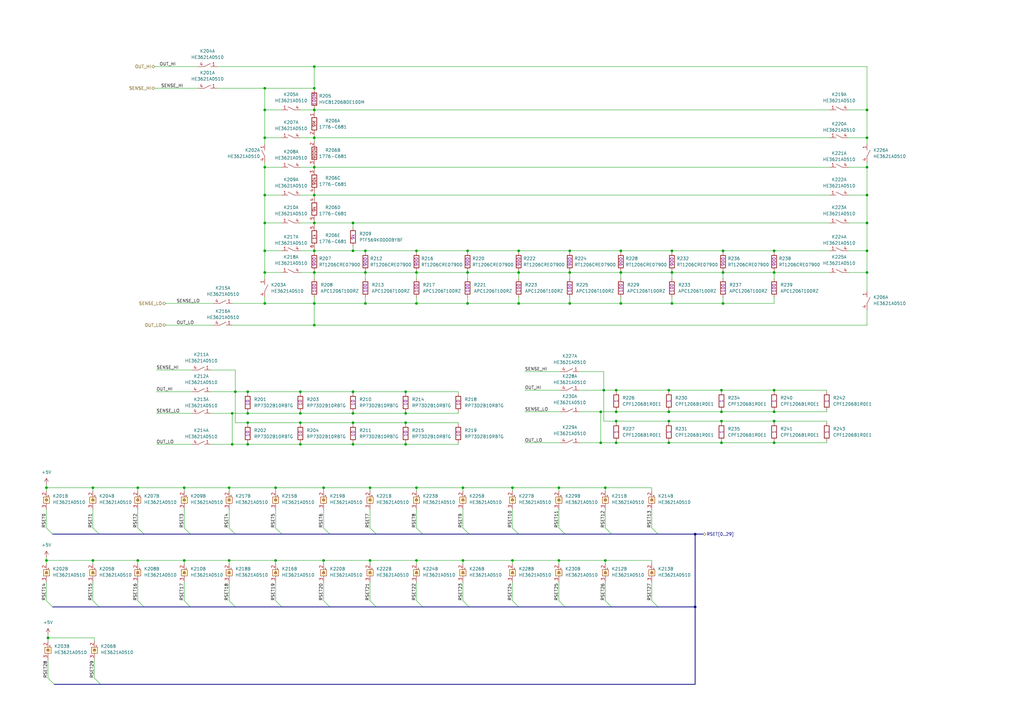
<source format=kicad_sch>
(kicad_sch (version 20230121) (generator eeschema)
  (paper "A3")
  (junction (at 248.285 200.025))
  (junction (at 166.37 173.355))
  (junction (at 95.25 182.245))
  (junction (at 295.91 160.02))
  (junction (at 254.635 111.76))
  (junction (at 295.91 181.61))
  (junction (at 128.905 45.085))
  (junction (at 144.78 91.44))
  (junction (at 128.905 27.305))
  (junction (at 191.77 111.76))
  (junction (at 101.6 169.545))
  (junction (at 285.115 219.075))
  (junction (at 295.91 168.91))
  (junction (at 128.905 80.01))
  (junction (at 123.19 169.545))
  (junction (at 149.86 124.46))
  (junction (at 128.905 102.87))
  (junction (at 275.59 124.46))
  (junction (at 252.73 181.61))
  (junction (at 108.585 102.87))
  (junction (at 128.905 111.76))
  (junction (at 274.32 168.91))
  (junction (at 123.19 160.655))
  (junction (at 56.515 200.025))
  (junction (at 101.6 182.245))
  (junction (at 296.545 111.76))
  (junction (at 317.5 181.61))
  (junction (at 355.6 45.085))
  (junction (at 317.5 168.91))
  (junction (at 149.86 111.76))
  (junction (at 144.78 160.655))
  (junction (at 212.725 111.76))
  (junction (at 108.585 68.58))
  (junction (at 149.86 102.87))
  (junction (at 101.6 160.655))
  (junction (at 229.235 229.87))
  (junction (at 274.32 160.02))
  (junction (at 19.05 229.87))
  (junction (at 275.59 102.87))
  (junction (at 191.77 102.87))
  (junction (at 252.73 160.02))
  (junction (at 128.905 68.58))
  (junction (at 166.37 182.245))
  (junction (at 252.73 168.91))
  (junction (at 108.585 36.195))
  (junction (at 93.98 229.87))
  (junction (at 19.05 200.025))
  (junction (at 144.78 182.245))
  (junction (at 38.1 200.025))
  (junction (at 166.37 169.545))
  (junction (at 132.715 200.025))
  (junction (at 317.5 102.87))
  (junction (at 75.565 200.025))
  (junction (at 128.905 124.46))
  (junction (at 108.585 56.515))
  (junction (at 170.815 102.87))
  (junction (at 248.285 229.87))
  (junction (at 275.59 111.76))
  (junction (at 108.585 111.76))
  (junction (at 233.68 111.76))
  (junction (at 151.765 200.025))
  (junction (at 274.32 181.61))
  (junction (at 101.6 173.355))
  (junction (at 108.585 124.46))
  (junction (at 212.725 124.46))
  (junction (at 95.25 169.545))
  (junction (at 151.765 229.87))
  (junction (at 355.6 111.76))
  (junction (at 233.68 124.46))
  (junction (at 108.585 45.085))
  (junction (at 317.5 172.72))
  (junction (at 252.73 172.72))
  (junction (at 166.37 160.655))
  (junction (at 19.685 261.62))
  (junction (at 212.725 102.87))
  (junction (at 128.905 56.515))
  (junction (at 355.6 80.01))
  (junction (at 75.565 229.87))
  (junction (at 93.98 200.025))
  (junction (at 210.185 200.025))
  (junction (at 355.6 91.44))
  (junction (at 246.38 168.91))
  (junction (at 96.52 160.655))
  (junction (at 295.91 172.72))
  (junction (at 113.03 200.025))
  (junction (at 189.865 200.025))
  (junction (at 229.235 200.025))
  (junction (at 38.1 229.87))
  (junction (at 317.5 111.76))
  (junction (at 210.185 229.87))
  (junction (at 108.585 80.01))
  (junction (at 113.03 229.87))
  (junction (at 191.77 124.46))
  (junction (at 128.905 91.44))
  (junction (at 317.5 160.02))
  (junction (at 254.635 102.87))
  (junction (at 170.815 200.025))
  (junction (at 296.545 102.87))
  (junction (at 246.38 181.61))
  (junction (at 355.6 102.87))
  (junction (at 274.32 172.72))
  (junction (at 233.68 102.87))
  (junction (at 254.635 124.46))
  (junction (at 128.905 133.35))
  (junction (at 189.865 229.87))
  (junction (at 296.545 124.46))
  (junction (at 170.815 229.87))
  (junction (at 355.6 56.515))
  (junction (at 123.19 182.245))
  (junction (at 144.78 102.87))
  (junction (at 170.815 124.46))
  (junction (at 132.715 229.87))
  (junction (at 56.515 229.87))
  (junction (at 285.115 248.92))
  (junction (at 144.78 169.545))
  (junction (at 247.65 160.02))
  (junction (at 144.78 173.355))
  (junction (at 128.905 36.195))
  (junction (at 170.815 111.76))
  (junction (at 108.585 91.44))
  (junction (at 355.6 68.58))
  (junction (at 123.19 173.355))
  (bus_entry (at 248.285 216.535) (size 2.54 2.54))
  (bus_entry (at 38.735 278.13) (size 2.54 2.54))
  (bus_entry (at 170.815 216.535) (size 2.54 2.54))
  (bus_entry (at 210.185 246.38) (size 2.54 2.54))
  (bus_entry (at 113.03 246.38) (size 2.54 2.54))
  (bus_entry (at 189.865 246.38) (size 2.54 2.54))
  (bus_entry (at 56.515 216.535) (size 2.54 2.54))
  (bus_entry (at 170.815 246.38) (size 2.54 2.54))
  (bus_entry (at 267.335 216.535) (size 2.54 2.54))
  (bus_entry (at 267.335 246.38) (size 2.54 2.54))
  (bus_entry (at 210.185 216.535) (size 2.54 2.54))
  (bus_entry (at 19.05 216.535) (size 2.54 2.54))
  (bus_entry (at 151.765 216.535) (size 2.54 2.54))
  (bus_entry (at 93.98 216.535) (size 2.54 2.54))
  (bus_entry (at 38.1 216.535) (size 2.54 2.54))
  (bus_entry (at 151.765 246.38) (size 2.54 2.54))
  (bus_entry (at 38.1 246.38) (size 2.54 2.54))
  (bus_entry (at 56.515 246.38) (size 2.54 2.54))
  (bus_entry (at 75.565 216.535) (size 2.54 2.54))
  (bus_entry (at 229.235 246.38) (size 2.54 2.54))
  (bus_entry (at 75.565 246.38) (size 2.54 2.54))
  (bus_entry (at 189.865 216.535) (size 2.54 2.54))
  (bus_entry (at 93.98 246.38) (size 2.54 2.54))
  (bus_entry (at 132.715 246.38) (size 2.54 2.54))
  (bus_entry (at 19.685 278.13) (size 2.54 2.54))
  (bus_entry (at 132.715 216.535) (size 2.54 2.54))
  (bus_entry (at 248.285 246.38) (size 2.54 2.54))
  (bus_entry (at 113.03 216.535) (size 2.54 2.54))
  (bus_entry (at 19.05 246.38) (size 2.54 2.54))
  (bus_entry (at 229.235 216.535) (size 2.54 2.54))
  (wire (pts (xy 144.78 102.87) (xy 149.86 102.87)))
  (wire (pts (xy 149.86 111.76) (xy 149.86 114.3)))
  (wire (pts (xy 38.735 270.51) (xy 38.735 278.13)))
  (wire (pts (xy 93.98 200.025) (xy 93.98 201.295)))
  (wire (pts (xy 64.135 151.765) (xy 78.74 151.765)))
  (bus (pts (xy 192.405 219.075) (xy 212.725 219.075)))
  (wire (pts (xy 274.32 160.02) (xy 274.32 160.655)))
  (bus (pts (xy 231.775 248.92) (xy 250.825 248.92)))
  (wire (pts (xy 189.865 229.87) (xy 170.815 229.87)))
  (wire (pts (xy 56.515 229.87) (xy 38.1 229.87)))
  (wire (pts (xy 229.235 229.87) (xy 229.235 231.14)))
  (bus (pts (xy 154.305 219.075) (xy 173.355 219.075)))
  (wire (pts (xy 101.6 160.655) (xy 101.6 161.29)))
  (bus (pts (xy 59.055 219.075) (xy 78.105 219.075)))
  (wire (pts (xy 248.285 208.915) (xy 248.285 216.535)))
  (wire (pts (xy 189.865 238.76) (xy 189.865 246.38)))
  (wire (pts (xy 144.78 102.87) (xy 128.905 102.87)))
  (wire (pts (xy 75.565 200.025) (xy 75.565 201.295)))
  (wire (pts (xy 128.905 111.125) (xy 128.905 111.76)))
  (wire (pts (xy 317.5 160.02) (xy 295.91 160.02)))
  (bus (pts (xy 212.725 248.92) (xy 231.775 248.92)))
  (wire (pts (xy 254.635 111.76) (xy 254.635 114.3)))
  (wire (pts (xy 144.78 160.655) (xy 144.78 161.29)))
  (wire (pts (xy 128.905 56.515) (xy 128.905 57.785)))
  (wire (pts (xy 64.135 182.245) (xy 78.74 182.245)))
  (wire (pts (xy 274.32 180.975) (xy 274.32 181.61)))
  (wire (pts (xy 151.765 200.025) (xy 151.765 201.295)))
  (wire (pts (xy 38.1 200.025) (xy 38.1 201.295)))
  (wire (pts (xy 108.585 124.46) (xy 128.905 124.46)))
  (bus (pts (xy 59.055 248.92) (xy 78.105 248.92)))
  (wire (pts (xy 93.98 200.025) (xy 75.565 200.025)))
  (wire (pts (xy 254.635 102.87) (xy 254.635 103.505)))
  (wire (pts (xy 88.9 36.195) (xy 108.585 36.195)))
  (wire (pts (xy 347.98 68.58) (xy 355.6 68.58)))
  (wire (pts (xy 144.78 173.355) (xy 123.19 173.355)))
  (wire (pts (xy 187.96 160.655) (xy 166.37 160.655)))
  (wire (pts (xy 295.91 180.975) (xy 295.91 181.61)))
  (wire (pts (xy 108.585 121.92) (xy 108.585 124.46)))
  (wire (pts (xy 170.815 111.76) (xy 191.77 111.76)))
  (wire (pts (xy 252.73 168.91) (xy 246.38 168.91)))
  (wire (pts (xy 144.78 181.61) (xy 144.78 182.245)))
  (wire (pts (xy 101.6 160.655) (xy 123.19 160.655)))
  (wire (pts (xy 166.37 173.355) (xy 144.78 173.355)))
  (wire (pts (xy 267.335 238.76) (xy 267.335 246.38)))
  (wire (pts (xy 128.905 27.305) (xy 355.6 27.305)))
  (wire (pts (xy 229.235 200.025) (xy 210.185 200.025)))
  (wire (pts (xy 252.73 172.72) (xy 247.65 172.72)))
  (wire (pts (xy 123.19 181.61) (xy 123.19 182.245)))
  (wire (pts (xy 170.815 208.915) (xy 170.815 216.535)))
  (wire (pts (xy 108.585 68.58) (xy 115.57 68.58)))
  (wire (pts (xy 317.5 168.91) (xy 339.09 168.91)))
  (wire (pts (xy 229.235 229.87) (xy 210.185 229.87)))
  (wire (pts (xy 108.585 102.87) (xy 115.57 102.87)))
  (wire (pts (xy 215.265 168.91) (xy 229.87 168.91)))
  (wire (pts (xy 170.815 229.87) (xy 170.815 231.14)))
  (wire (pts (xy 96.52 173.355) (xy 96.52 160.655)))
  (wire (pts (xy 339.09 172.72) (xy 317.5 172.72)))
  (wire (pts (xy 252.73 168.275) (xy 252.73 168.91)))
  (bus (pts (xy 250.825 219.075) (xy 269.875 219.075)))
  (wire (pts (xy 38.735 261.62) (xy 38.735 262.89)))
  (wire (pts (xy 191.77 111.125) (xy 191.77 111.76)))
  (wire (pts (xy 151.765 229.87) (xy 151.765 231.14)))
  (wire (pts (xy 123.19 111.76) (xy 128.905 111.76)))
  (wire (pts (xy 144.78 100.965) (xy 144.78 102.87)))
  (bus (pts (xy 22.225 280.67) (xy 41.275 280.67)))
  (wire (pts (xy 101.6 182.245) (xy 123.19 182.245)))
  (wire (pts (xy 128.905 133.35) (xy 355.6 133.35)))
  (wire (pts (xy 210.185 229.87) (xy 210.185 231.14)))
  (wire (pts (xy 128.905 91.44) (xy 144.78 91.44)))
  (wire (pts (xy 212.725 111.125) (xy 212.725 111.76)))
  (wire (pts (xy 75.565 229.87) (xy 75.565 231.14)))
  (wire (pts (xy 355.6 80.01) (xy 355.6 68.58)))
  (wire (pts (xy 248.285 229.87) (xy 248.285 231.14)))
  (wire (pts (xy 56.515 229.87) (xy 56.515 231.14)))
  (wire (pts (xy 101.6 181.61) (xy 101.6 182.245)))
  (wire (pts (xy 128.905 124.46) (xy 149.86 124.46)))
  (bus (pts (xy 173.355 248.92) (xy 192.405 248.92)))
  (wire (pts (xy 128.905 80.01) (xy 128.905 79.375)))
  (wire (pts (xy 295.91 168.275) (xy 295.91 168.91)))
  (wire (pts (xy 166.37 169.545) (xy 187.96 169.545)))
  (wire (pts (xy 254.635 121.92) (xy 254.635 124.46)))
  (wire (pts (xy 128.905 67.945) (xy 128.905 68.58)))
  (wire (pts (xy 275.59 121.92) (xy 275.59 124.46)))
  (wire (pts (xy 296.545 102.87) (xy 296.545 103.505)))
  (wire (pts (xy 19.685 261.62) (xy 19.685 262.89)))
  (wire (pts (xy 166.37 160.655) (xy 144.78 160.655)))
  (wire (pts (xy 38.1 229.87) (xy 19.05 229.87)))
  (wire (pts (xy 108.585 102.87) (xy 108.585 91.44)))
  (wire (pts (xy 347.98 102.87) (xy 355.6 102.87)))
  (wire (pts (xy 170.815 229.87) (xy 151.765 229.87)))
  (wire (pts (xy 128.905 80.01) (xy 123.19 80.01)))
  (wire (pts (xy 38.735 261.62) (xy 19.685 261.62)))
  (wire (pts (xy 212.725 124.46) (xy 233.68 124.46)))
  (wire (pts (xy 108.585 56.515) (xy 108.585 59.055)))
  (wire (pts (xy 212.725 111.76) (xy 212.725 114.3)))
  (wire (pts (xy 113.03 229.87) (xy 113.03 231.14)))
  (bus (pts (xy 21.59 219.075) (xy 40.64 219.075)))
  (wire (pts (xy 296.545 124.46) (xy 317.5 124.46)))
  (wire (pts (xy 108.585 80.01) (xy 108.585 68.58)))
  (wire (pts (xy 267.335 208.915) (xy 267.335 216.535)))
  (wire (pts (xy 267.335 200.025) (xy 267.335 201.295)))
  (wire (pts (xy 295.91 168.91) (xy 317.5 168.91)))
  (wire (pts (xy 274.32 172.72) (xy 274.32 173.355)))
  (wire (pts (xy 212.725 121.92) (xy 212.725 124.46)))
  (wire (pts (xy 123.19 56.515) (xy 128.905 56.515)))
  (wire (pts (xy 355.6 133.35) (xy 355.6 127)))
  (bus (pts (xy 115.57 248.92) (xy 135.255 248.92)))
  (wire (pts (xy 128.905 121.92) (xy 128.905 124.46)))
  (wire (pts (xy 339.09 173.355) (xy 339.09 172.72)))
  (wire (pts (xy 151.765 200.025) (xy 132.715 200.025)))
  (wire (pts (xy 95.25 169.545) (xy 95.25 182.245)))
  (wire (pts (xy 128.905 91.44) (xy 128.905 92.075)))
  (wire (pts (xy 108.585 45.085) (xy 108.585 36.195)))
  (wire (pts (xy 170.815 102.87) (xy 170.815 103.505)))
  (wire (pts (xy 187.96 182.245) (xy 187.96 181.61)))
  (wire (pts (xy 108.585 45.085) (xy 115.57 45.085)))
  (wire (pts (xy 267.335 200.025) (xy 248.285 200.025)))
  (wire (pts (xy 101.6 169.545) (xy 123.19 169.545)))
  (wire (pts (xy 93.98 208.915) (xy 93.98 216.535)))
  (wire (pts (xy 132.715 238.76) (xy 132.715 246.38)))
  (wire (pts (xy 123.19 68.58) (xy 128.905 68.58)))
  (wire (pts (xy 86.36 182.245) (xy 95.25 182.245)))
  (wire (pts (xy 233.68 111.125) (xy 233.68 111.76)))
  (wire (pts (xy 128.905 102.87) (xy 123.19 102.87)))
  (bus (pts (xy 40.64 248.92) (xy 59.055 248.92)))
  (bus (pts (xy 192.405 248.92) (xy 212.725 248.92)))
  (wire (pts (xy 252.73 160.02) (xy 252.73 160.655)))
  (wire (pts (xy 38.1 208.915) (xy 38.1 216.535)))
  (wire (pts (xy 212.725 111.76) (xy 233.68 111.76)))
  (wire (pts (xy 149.86 102.87) (xy 149.86 103.505)))
  (wire (pts (xy 128.905 102.87) (xy 128.905 102.235)))
  (wire (pts (xy 295.91 172.72) (xy 295.91 173.355)))
  (wire (pts (xy 274.32 168.91) (xy 295.91 168.91)))
  (bus (pts (xy 78.105 248.92) (xy 96.52 248.92)))
  (wire (pts (xy 295.91 181.61) (xy 317.5 181.61)))
  (wire (pts (xy 191.77 111.76) (xy 212.725 111.76)))
  (wire (pts (xy 144.78 182.245) (xy 166.37 182.245)))
  (wire (pts (xy 86.36 169.545) (xy 95.25 169.545)))
  (wire (pts (xy 296.545 111.76) (xy 296.545 114.3)))
  (wire (pts (xy 96.52 160.655) (xy 101.6 160.655)))
  (wire (pts (xy 317.5 168.275) (xy 317.5 168.91)))
  (wire (pts (xy 215.265 181.61) (xy 229.87 181.61)))
  (wire (pts (xy 247.65 160.02) (xy 252.73 160.02)))
  (wire (pts (xy 317.5 160.02) (xy 317.5 160.655)))
  (wire (pts (xy 317.5 124.46) (xy 317.5 121.92)))
  (wire (pts (xy 108.585 66.675) (xy 108.585 68.58)))
  (wire (pts (xy 247.65 172.72) (xy 247.65 160.02)))
  (wire (pts (xy 113.03 229.87) (xy 93.98 229.87)))
  (wire (pts (xy 347.98 45.085) (xy 355.6 45.085)))
  (wire (pts (xy 108.585 111.76) (xy 108.585 102.87)))
  (wire (pts (xy 317.5 172.72) (xy 317.5 173.355)))
  (wire (pts (xy 86.36 160.655) (xy 96.52 160.655)))
  (wire (pts (xy 101.6 169.545) (xy 95.25 169.545)))
  (wire (pts (xy 191.77 102.87) (xy 212.725 102.87)))
  (wire (pts (xy 347.98 56.515) (xy 355.6 56.515)))
  (wire (pts (xy 166.37 160.655) (xy 166.37 161.29)))
  (wire (pts (xy 237.49 152.4) (xy 247.65 152.4)))
  (wire (pts (xy 132.715 229.87) (xy 132.715 231.14)))
  (wire (pts (xy 339.09 168.91) (xy 339.09 168.275)))
  (wire (pts (xy 75.565 208.915) (xy 75.565 216.535)))
  (wire (pts (xy 339.09 160.655) (xy 339.09 160.02)))
  (wire (pts (xy 355.6 45.085) (xy 355.6 27.305)))
  (wire (pts (xy 67.945 124.46) (xy 87.63 124.46)))
  (wire (pts (xy 128.905 56.515) (xy 340.36 56.515)))
  (wire (pts (xy 38.1 200.025) (xy 19.05 200.025)))
  (wire (pts (xy 189.865 229.87) (xy 210.185 229.87)))
  (wire (pts (xy 233.68 124.46) (xy 254.635 124.46)))
  (wire (pts (xy 215.265 152.4) (xy 229.87 152.4)))
  (wire (pts (xy 187.96 161.29) (xy 187.96 160.655)))
  (wire (pts (xy 151.765 229.87) (xy 132.715 229.87)))
  (wire (pts (xy 212.725 102.87) (xy 233.68 102.87)))
  (wire (pts (xy 95.25 133.35) (xy 128.905 133.35)))
  (wire (pts (xy 38.1 238.76) (xy 38.1 246.38)))
  (wire (pts (xy 296.545 102.87) (xy 317.5 102.87)))
  (wire (pts (xy 132.715 208.915) (xy 132.715 216.535)))
  (wire (pts (xy 19.05 228.6) (xy 19.05 229.87)))
  (wire (pts (xy 252.73 160.02) (xy 274.32 160.02)))
  (wire (pts (xy 295.91 160.02) (xy 274.32 160.02)))
  (wire (pts (xy 56.515 200.025) (xy 38.1 200.025)))
  (wire (pts (xy 254.635 102.87) (xy 275.59 102.87)))
  (wire (pts (xy 113.03 208.915) (xy 113.03 216.535)))
  (wire (pts (xy 63.5 27.305) (xy 81.28 27.305)))
  (wire (pts (xy 248.285 229.87) (xy 229.235 229.87)))
  (wire (pts (xy 166.37 181.61) (xy 166.37 182.245)))
  (wire (pts (xy 210.185 238.76) (xy 210.185 246.38)))
  (wire (pts (xy 189.865 200.025) (xy 170.815 200.025)))
  (wire (pts (xy 296.545 121.92) (xy 296.545 124.46)))
  (wire (pts (xy 246.38 181.61) (xy 252.73 181.61)))
  (bus (pts (xy 231.775 219.075) (xy 250.825 219.075)))
  (wire (pts (xy 123.19 45.085) (xy 128.905 45.085)))
  (wire (pts (xy 254.635 111.125) (xy 254.635 111.76)))
  (wire (pts (xy 128.905 111.76) (xy 149.86 111.76)))
  (wire (pts (xy 19.05 208.915) (xy 19.05 216.535)))
  (bus (pts (xy 96.52 219.075) (xy 115.57 219.075)))
  (wire (pts (xy 123.19 173.355) (xy 101.6 173.355)))
  (wire (pts (xy 233.68 121.92) (xy 233.68 124.46)))
  (bus (pts (xy 41.275 280.67) (xy 285.115 280.67)))
  (wire (pts (xy 187.96 169.545) (xy 187.96 168.91)))
  (wire (pts (xy 128.905 124.46) (xy 128.905 133.35)))
  (wire (pts (xy 254.635 111.76) (xy 275.59 111.76)))
  (wire (pts (xy 149.86 111.125) (xy 149.86 111.76)))
  (bus (pts (xy 96.52 248.92) (xy 115.57 248.92)))
  (bus (pts (xy 212.725 219.075) (xy 231.775 219.075)))
  (wire (pts (xy 128.905 45.085) (xy 340.36 45.085)))
  (wire (pts (xy 144.78 160.655) (xy 123.19 160.655)))
  (wire (pts (xy 123.19 160.655) (xy 123.19 161.29)))
  (wire (pts (xy 252.73 181.61) (xy 274.32 181.61)))
  (wire (pts (xy 355.6 91.44) (xy 355.6 80.01)))
  (wire (pts (xy 317.5 102.87) (xy 340.36 102.87)))
  (wire (pts (xy 191.77 121.92) (xy 191.77 124.46)))
  (wire (pts (xy 128.905 102.87) (xy 128.905 103.505)))
  (wire (pts (xy 295.91 160.02) (xy 295.91 160.655)))
  (wire (pts (xy 123.19 91.44) (xy 128.905 91.44)))
  (wire (pts (xy 128.905 80.01) (xy 128.905 80.645)))
  (wire (pts (xy 149.86 102.87) (xy 170.815 102.87)))
  (wire (pts (xy 187.96 173.355) (xy 166.37 173.355)))
  (wire (pts (xy 317.5 172.72) (xy 295.91 172.72)))
  (wire (pts (xy 339.09 160.02) (xy 317.5 160.02)))
  (wire (pts (xy 317.5 111.125) (xy 317.5 111.76)))
  (wire (pts (xy 189.865 200.025) (xy 210.185 200.025)))
  (wire (pts (xy 355.6 119.38) (xy 355.6 111.76)))
  (wire (pts (xy 347.98 91.44) (xy 355.6 91.44)))
  (wire (pts (xy 64.135 160.655) (xy 78.74 160.655)))
  (wire (pts (xy 144.78 173.355) (xy 144.78 173.99)))
  (wire (pts (xy 56.515 229.87) (xy 75.565 229.87)))
  (wire (pts (xy 67.945 133.35) (xy 87.63 133.35)))
  (bus (pts (xy 269.875 248.92) (xy 285.115 248.92)))
  (wire (pts (xy 113.03 238.76) (xy 113.03 246.38)))
  (wire (pts (xy 237.49 181.61) (xy 246.38 181.61)))
  (wire (pts (xy 191.77 111.76) (xy 191.77 114.3)))
  (wire (pts (xy 248.285 200.025) (xy 248.285 201.295)))
  (wire (pts (xy 189.865 208.915) (xy 189.865 216.535)))
  (wire (pts (xy 56.515 200.025) (xy 56.515 201.295)))
  (bus (pts (xy 115.57 219.075) (xy 135.255 219.075)))
  (wire (pts (xy 187.96 173.99) (xy 187.96 173.355)))
  (wire (pts (xy 317.5 114.3) (xy 317.5 111.76)))
  (wire (pts (xy 128.905 91.44) (xy 128.905 90.805)))
  (wire (pts (xy 347.98 111.76) (xy 355.6 111.76)))
  (wire (pts (xy 248.285 200.025) (xy 229.235 200.025)))
  (wire (pts (xy 246.38 168.91) (xy 246.38 181.61)))
  (wire (pts (xy 233.68 111.76) (xy 254.635 111.76)))
  (wire (pts (xy 113.03 200.025) (xy 113.03 201.295)))
  (bus (pts (xy 78.105 219.075) (xy 96.52 219.075)))
  (wire (pts (xy 170.815 200.025) (xy 170.815 201.295)))
  (wire (pts (xy 108.585 56.515) (xy 108.585 45.085)))
  (bus (pts (xy 40.64 219.075) (xy 59.055 219.075)))
  (wire (pts (xy 355.6 111.76) (xy 355.6 102.87)))
  (wire (pts (xy 88.9 27.305) (xy 128.905 27.305)))
  (wire (pts (xy 274.32 168.275) (xy 274.32 168.91)))
  (wire (pts (xy 170.815 111.125) (xy 170.815 111.76)))
  (wire (pts (xy 170.815 121.92) (xy 170.815 124.46)))
  (wire (pts (xy 101.6 173.355) (xy 101.6 173.99)))
  (wire (pts (xy 252.73 168.91) (xy 274.32 168.91)))
  (wire (pts (xy 128.905 56.515) (xy 128.905 55.88)))
  (wire (pts (xy 229.235 238.76) (xy 229.235 246.38)))
  (wire (pts (xy 233.68 102.87) (xy 233.68 103.505)))
  (wire (pts (xy 237.49 160.02) (xy 247.65 160.02)))
  (wire (pts (xy 274.32 181.61) (xy 295.91 181.61)))
  (wire (pts (xy 295.91 172.72) (xy 274.32 172.72)))
  (wire (pts (xy 128.905 44.45) (xy 128.905 45.085)))
  (wire (pts (xy 19.05 200.025) (xy 19.05 201.295)))
  (wire (pts (xy 252.73 180.975) (xy 252.73 181.61)))
  (wire (pts (xy 267.335 229.87) (xy 267.335 231.14)))
  (wire (pts (xy 108.585 36.195) (xy 128.905 36.195)))
  (bus (pts (xy 21.59 248.92) (xy 40.64 248.92)))
  (wire (pts (xy 63.5 36.195) (xy 81.28 36.195)))
  (wire (pts (xy 108.585 111.76) (xy 115.57 111.76)))
  (bus (pts (xy 285.115 219.075) (xy 288.29 219.075)))
  (wire (pts (xy 96.52 160.655) (xy 96.52 151.765)))
  (wire (pts (xy 101.6 168.91) (xy 101.6 169.545)))
  (wire (pts (xy 191.77 124.46) (xy 212.725 124.46)))
  (wire (pts (xy 212.725 102.87) (xy 212.725 103.505)))
  (wire (pts (xy 19.685 270.51) (xy 19.685 278.13)))
  (wire (pts (xy 275.59 102.87) (xy 296.545 102.87)))
  (wire (pts (xy 149.86 124.46) (xy 170.815 124.46)))
  (wire (pts (xy 108.585 111.76) (xy 108.585 114.3)))
  (wire (pts (xy 170.815 238.76) (xy 170.815 246.38)))
  (wire (pts (xy 275.59 124.46) (xy 296.545 124.46)))
  (wire (pts (xy 215.265 160.02) (xy 229.87 160.02)))
  (wire (pts (xy 128.905 45.085) (xy 128.905 45.72)))
  (wire (pts (xy 347.98 80.01) (xy 355.6 80.01)))
  (wire (pts (xy 93.98 229.87) (xy 93.98 231.14)))
  (wire (pts (xy 56.515 200.025) (xy 75.565 200.025)))
  (wire (pts (xy 233.68 102.87) (xy 254.635 102.87)))
  (wire (pts (xy 113.03 200.025) (xy 132.715 200.025)))
  (wire (pts (xy 108.585 56.515) (xy 115.57 56.515)))
  (wire (pts (xy 166.37 182.245) (xy 187.96 182.245)))
  (wire (pts (xy 170.815 102.87) (xy 191.77 102.87)))
  (wire (pts (xy 229.235 208.915) (xy 229.235 216.535)))
  (wire (pts (xy 151.765 238.76) (xy 151.765 246.38)))
  (wire (pts (xy 128.905 68.58) (xy 128.905 69.215)))
  (wire (pts (xy 210.185 200.025) (xy 210.185 201.295)))
  (wire (pts (xy 355.6 102.87) (xy 355.6 91.44)))
  (wire (pts (xy 123.19 168.91) (xy 123.19 169.545)))
  (wire (pts (xy 38.1 229.87) (xy 38.1 231.14)))
  (wire (pts (xy 317.5 102.87) (xy 317.5 103.505)))
  (wire (pts (xy 355.6 56.515) (xy 355.6 45.085)))
  (wire (pts (xy 317.5 181.61) (xy 339.09 181.61)))
  (wire (pts (xy 170.815 111.76) (xy 170.815 114.3)))
  (wire (pts (xy 113.03 200.025) (xy 93.98 200.025)))
  (bus (pts (xy 154.305 248.92) (xy 173.355 248.92)))
  (wire (pts (xy 151.765 208.915) (xy 151.765 216.535)))
  (wire (pts (xy 56.515 208.915) (xy 56.515 216.535)))
  (wire (pts (xy 237.49 168.91) (xy 246.38 168.91)))
  (wire (pts (xy 189.865 229.87) (xy 189.865 231.14)))
  (bus (pts (xy 135.255 248.92) (xy 154.305 248.92)))
  (wire (pts (xy 128.905 80.01) (xy 340.36 80.01)))
  (wire (pts (xy 64.135 169.545) (xy 78.74 169.545)))
  (wire (pts (xy 128.905 111.76) (xy 128.905 114.3)))
  (wire (pts (xy 128.905 36.195) (xy 128.905 36.83)))
  (bus (pts (xy 250.825 248.92) (xy 269.875 248.92)))
  (wire (pts (xy 254.635 124.46) (xy 275.59 124.46)))
  (wire (pts (xy 317.5 111.76) (xy 340.36 111.76)))
  (wire (pts (xy 296.545 111.76) (xy 317.5 111.76)))
  (wire (pts (xy 144.78 168.91) (xy 144.78 169.545)))
  (wire (pts (xy 113.03 229.87) (xy 132.715 229.87)))
  (wire (pts (xy 170.815 124.46) (xy 191.77 124.46)))
  (wire (pts (xy 248.285 238.76) (xy 248.285 246.38)))
  (wire (pts (xy 93.98 229.87) (xy 75.565 229.87)))
  (wire (pts (xy 132.715 200.025) (xy 132.715 201.295)))
  (wire (pts (xy 275.59 111.76) (xy 296.545 111.76)))
  (wire (pts (xy 166.37 173.355) (xy 166.37 173.99)))
  (wire (pts (xy 128.905 68.58) (xy 340.36 68.58)))
  (wire (pts (xy 296.545 111.125) (xy 296.545 111.76)))
  (bus (pts (xy 135.255 219.075) (xy 154.305 219.075)))
  (wire (pts (xy 149.86 111.76) (xy 170.815 111.76)))
  (wire (pts (xy 166.37 168.91) (xy 166.37 169.545)))
  (wire (pts (xy 339.09 181.61) (xy 339.09 180.975)))
  (wire (pts (xy 191.77 102.87) (xy 191.77 103.505)))
  (wire (pts (xy 123.19 169.545) (xy 144.78 169.545)))
  (wire (pts (xy 229.235 200.025) (xy 229.235 201.295)))
  (wire (pts (xy 19.685 260.35) (xy 19.685 261.62)))
  (wire (pts (xy 170.815 200.025) (xy 151.765 200.025)))
  (wire (pts (xy 317.5 180.975) (xy 317.5 181.61)))
  (wire (pts (xy 210.185 208.915) (xy 210.185 216.535)))
  (wire (pts (xy 267.335 229.87) (xy 248.285 229.87)))
  (wire (pts (xy 275.59 111.76) (xy 275.59 114.3)))
  (wire (pts (xy 56.515 238.76) (xy 56.515 246.38)))
  (bus (pts (xy 285.115 248.92) (xy 285.115 219.075)))
  (wire (pts (xy 123.19 173.355) (xy 123.19 173.99)))
  (wire (pts (xy 144.78 169.545) (xy 166.37 169.545)))
  (wire (pts (xy 355.6 59.055) (xy 355.6 56.515)))
  (wire (pts (xy 95.25 182.245) (xy 101.6 182.245)))
  (wire (pts (xy 189.865 200.025) (xy 189.865 201.295)))
  (wire (pts (xy 128.905 27.305) (xy 128.905 36.195)))
  (wire (pts (xy 149.86 121.92) (xy 149.86 124.46)))
  (wire (pts (xy 19.05 198.755) (xy 19.05 200.025)))
  (wire (pts (xy 19.05 229.87) (xy 19.05 231.14)))
  (wire (pts (xy 108.585 80.01) (xy 115.57 80.01)))
  (wire (pts (xy 93.98 238.76) (xy 93.98 246.38)))
  (wire (pts (xy 123.19 182.245) (xy 144.78 182.245)))
  (wire (pts (xy 101.6 173.355) (xy 96.52 173.355)))
  (wire (pts (xy 144.78 91.44) (xy 340.36 91.44)))
  (wire (pts (xy 19.05 238.76) (xy 19.05 246.38)))
  (wire (pts (xy 108.585 91.44) (xy 108.585 80.01)))
  (wire (pts (xy 95.25 124.46) (xy 108.585 124.46)))
  (wire (pts (xy 144.78 91.44) (xy 144.78 93.345)))
  (wire (pts (xy 252.73 172.72) (xy 252.73 173.355)))
  (wire (pts (xy 86.36 151.765) (xy 96.52 151.765)))
  (wire (pts (xy 108.585 91.44) (xy 115.57 91.44)))
  (wire (pts (xy 275.59 102.87) (xy 275.59 103.505)))
  (wire (pts (xy 233.68 111.76) (xy 233.68 114.3)))
  (bus (pts (xy 269.875 219.075) (xy 285.115 219.075)))
  (wire (pts (xy 247.65 160.02) (xy 247.65 152.4)))
  (wire (pts (xy 355.6 68.58) (xy 355.6 66.675)))
  (bus (pts (xy 173.355 219.075) (xy 192.405 219.075)))
  (wire (pts (xy 75.565 238.76) (xy 75.565 246.38)))
  (bus (pts (xy 285.115 280.67) (xy 285.115 248.92)))
  (wire (pts (xy 275.59 111.125) (xy 275.59 111.76)))
  (wire (pts (xy 274.32 172.72) (xy 252.73 172.72)))
  (label "RSET27" (at 267.335 246.38 90))
  (label "RSET19" (at 113.03 246.38 90))
  (label "RSET7" (at 151.765 216.535 90))
  (label "RSET23" (at 189.865 246.38 90))
  (label "RSET26" (at 248.285 246.38 90))
  (label "RSET1" (at 38.1 216.535 90))
  (label "OUT_LO" (at 72.39 133.35 0))
  (label "RSET20" (at 132.715 246.38 90))
  (label "OUT_HI" (at 65.405 27.305 0))
  (label "RSET9" (at 189.865 216.535 90))
  (label "OUT_LO" (at 64.135 182.245 0))
  (label "SENSE_HI" (at 66.04 36.195 0))
  (label "RSET24" (at 210.185 246.38 90))
  (label "SENSE_LO" (at 64.135 169.545 0))
  (label "RSET11" (at 229.235 216.535 90))
  (label "RSET13" (at 267.335 216.535 90))
  (label "RSET22" (at 170.815 246.38 90))
  (label "SENSE_HI" (at 215.265 152.4 0))
  (label "RSET4" (at 93.98 216.535 90))
  (label "RSET3" (at 75.565 216.535 90))
  (label "SENSE_HI" (at 64.135 151.765 0))
  (label "RSET6" (at 132.715 216.535 90))
  (label "RSET17" (at 75.565 246.38 90))
  (label "RSET29" (at 38.735 278.13 90))
  (label "RSET28" (at 19.685 278.13 90))
  (label "RSET21" (at 151.765 246.38 90))
  (label "SENSE_LO" (at 215.265 168.91 0))
  (label "RSET5" (at 113.03 216.535 90))
  (label "RSET12" (at 248.285 216.535 90))
  (label "RSET8" (at 170.815 216.535 90))
  (label "RSET15" (at 38.1 246.38 90))
  (label "RSET0" (at 19.05 216.535 90))
  (label "RSET10" (at 210.185 216.535 90))
  (label "OUT_HI" (at 215.265 160.02 0))
  (label "OUT_LO" (at 215.265 181.61 0))
  (label "SENSE_LO" (at 72.39 124.46 0))
  (label "OUT_HI" (at 64.135 160.655 0))
  (label "RSET16" (at 56.515 246.38 90))
  (label "RSET14" (at 19.05 246.38 90))
  (label "RSET2" (at 56.515 216.535 90))
  (label "RSET18" (at 93.98 246.38 90))
  (label "RSET25" (at 229.235 246.38 90))
  (hierarchical_label "SENSE_HI" (shape bidirectional) (at 63.5 36.195 180))
  (hierarchical_label "OUT_LO" (shape bidirectional) (at 67.945 133.35 180))
  (hierarchical_label "SENSE_LO" (shape bidirectional) (at 67.945 124.46 180))
  (hierarchical_label "OUT_HI" (shape bidirectional) (at 63.5 27.305 180))
  (hierarchical_label "RSET[0..29]" (shape bidirectional) (at 288.29 219.075 0))
  (symbol (lib_id "ETH1CREF1B:1776-C681_Split") (at 128.905 85.725 270) (unit 4)
    (property "Reference" "R206" (at 133.35 85.09 90) (effects (justify left)))
    (property "Value" "1776-C681" (at 136.525 87.63 90))
    (property "Footprint" "ETH1CREF1B:1776-C681" (effects hide))
  )
  (symbol (lib_id "ETH1CREF1B:HE3621A0510") (at 344.17 68.58 90) (unit 1)
    (property "Reference" "K221" (at 344.17 62.865 90))
    (property "Value" "HE3621A0510" (at 344.17 65.405 90))
    (property "Footprint" "ETH1CREF1B:HE360_x-5050462-8" (effects hide))
  )
  (symbol (lib_id "ETH1CREF1B:HE3621A0510") (at 119.38 45.085 90) (unit 1)
    (property "Reference" "K205" (at 119.38 38.735 90))
    (property "Value" "HE3621A0510" (at 119.38 41.275 90))
    (property "Footprint" "ETH1CREF1B:HE360_x-5050462-8" (effects hide))
  )
  (symbol (lib_id "ETH1CREF1B:HE3621A0510") (at 82.55 182.245 270) (mirror x) (unit 1)
    (property "Reference" "K214" (at 82.55 176.53 90))
    (property "Value" "HE3621A0510" (at 82.55 179.07 90))
    (property "Footprint" "ETH1CREF1B:HE360_x-5050462-8" (effects hide))
  )
  (symbol (lib_id "Device:R") (at 128.905 118.11 0) (unit 1)
    (property "Reference" "R208" (at 131.445 116.84 0) (effects (justify left)))
    (property "Value" "APC1206T100RZ" (at 131.445 119.38 0) (effects (justify left)))
    (property "Footprint" "Resistor_SMD:R_1206_3216Metric_Pad1.30x1.75mm_HandSolder" (effects hide))
    (property "User info" "100" (at 128.905 118.11 90))
  )
  (symbol (lib_id "Device:R") (at 252.73 177.165 0) (unit 1)
    (property "Reference" "R227" (at 255.27 175.895 0) (effects (justify left)))
    (property "Value" "CPF1206B1R0E1" (at 255.27 178.435 0) (effects (justify left)))
    (property "Footprint" "Resistor_SMD:R_1206_3216Metric_Pad1.30x1.75mm_HandSolder" (effects hide))
    (property "User info" "1" (at 252.73 177.165 90))
  )
  (symbol (lib_id "Device:R") (at 233.68 118.11 0) (unit 1)
    (property "Reference" "R225" (at 236.22 116.84 0) (effects (justify left)))
    (property "Value" "APC1206T100RZ" (at 236.22 119.38 0) (effects (justify left)))
    (property "Footprint" "Resistor_SMD:R_1206_3216Metric_Pad1.30x1.75mm_HandSolder" (effects hide))
    (property "User info" "100" (at 233.68 118.11 90))
  )
  (symbol (lib_id "Device:R") (at 191.77 118.11 0) (unit 1)
    (property "Reference" "R221" (at 194.31 116.84 0) (effects (justify left)))
    (property "Value" "APC1206T100RZ" (at 194.31 119.38 0) (effects (justify left)))
    (property "Footprint" "Resistor_SMD:R_1206_3216Metric_Pad1.30x1.75mm_HandSolder" (effects hide))
    (property "User info" "100" (at 191.77 118.11 90))
  )
  (symbol (lib_id "ETH1CREF1B:HE3621A0510") (at 38.1 205.105 0) (unit 2)
    (property "Reference" "K204" (at 40.64 203.454 0) (effects (justify left)))
    (property "Value" "HE3621A0510" (at 40.64 205.994 0) (effects (justify left)))
    (property "Footprint" "ETH1CREF1B:HE360_x-5050462-8" (effects hide))
  )
  (symbol (lib_id "ETH1CREF1B:HE3621A0510") (at 82.55 169.545 270) (mirror x) (unit 1)
    (property "Reference" "K213" (at 82.55 163.83 90))
    (property "Value" "HE3621A0510" (at 82.55 166.37 90))
    (property "Footprint" "ETH1CREF1B:HE360_x-5050462-8" (effects hide))
  )
  (symbol (lib_id "Device:R") (at 317.5 107.315 0) (unit 1)
    (property "Reference" "R238" (at 319.405 106.045 0) (effects (justify left)))
    (property "Value" "RT1206CRE07900" (at 319.405 108.585 0) (effects (justify left)))
    (property "Footprint" "Resistor_SMD:R_1206_3216Metric_Pad1.30x1.75mm_HandSolder" (effects hide))
    (property "Use info" "900" (at 317.5 107.315 90))
  )
  (symbol (lib_id "ETH1CREF1B:HE3621A0510") (at 170.815 205.105 0) (unit 2)
    (property "Reference" "K223" (at 173.355 203.454 0) (effects (justify left)))
    (property "Value" "HE3621A0510" (at 173.355 205.994 0) (effects (justify left)))
    (property "Footprint" "ETH1CREF1B:HE360_x-5050462-8" (effects hide))
  )
  (symbol (lib_id "ETH1CREF1B:HE3621A0510") (at 267.335 205.105 0) (unit 2)
    (property "Reference" "K214" (at 269.875 203.454 0) (effects (justify left)))
    (property "Value" "HE3621A0510" (at 269.875 205.994 0) (effects (justify left)))
    (property "Footprint" "ETH1CREF1B:HE360_x-5050462-8" (effects hide))
  )
  (symbol (lib_id "ETH1CREF1B:HE3621A0510") (at 82.55 160.655 270) (mirror x) (unit 1)
    (property "Reference" "K212" (at 82.55 154.305 90))
    (property "Value" "HE3621A0510" (at 82.55 156.845 90))
    (property "Footprint" "ETH1CREF1B:HE360_x-5050462-8" (effects hide))
  )
  (symbol (lib_id "ETH1CREF1B:HE3621A0510") (at 113.03 205.105 0) (unit 2)
    (property "Reference" "K215" (at 115.57 203.454 0) (effects (justify left)))
    (property "Value" "HE3621A0510" (at 115.57 205.994 0) (effects (justify left)))
    (property "Footprint" "ETH1CREF1B:HE360_x-5050462-8" (effects hide))
  )
  (symbol (lib_id "Device:R") (at 128.905 40.64 0) (unit 1)
    (property "Reference" "R205" (at 130.81 39.37 0) (effects (justify left)))
    (property "Value" "HVCB1206BDE100M" (at 130.81 41.91 0) (effects (justify left)))
    (property "Footprint" "Resistor_SMD:R_1206_3216Metric_Pad1.30x1.75mm_HandSolder" (effects hide))
    (property "User info" "100M" (at 128.905 40.64 90))
  )
  (symbol (lib_id "ETH1CREF1B:1776-C681_Split") (at 128.905 62.865 270) (unit 2)
    (property "Reference" "R206" (at 133.35 61.595 90) (effects (justify left)))
    (property "Value" "1776-C681" (at 136.525 64.135 90))
    (property "Footprint" "ETH1CREF1B:1776-C681" (effects hide))
  )
  (symbol (lib_id "ETH1CREF1B:HE3621A0510") (at 85.09 27.305 270) (mirror x) (unit 1)
    (property "Reference" "K204" (at 85.09 20.955 90))
    (property "Value" "HE3621A0510" (at 85.09 23.495 90))
    (property "Footprint" "ETH1CREF1B:HE360_x-5050462-8" (effects hide))
  )
  (symbol (lib_id "Device:R") (at 149.86 118.11 0) (unit 1)
    (property "Reference" "R213" (at 152.4 116.84 0) (effects (justify left)))
    (property "Value" "APC1206T100RZ" (at 152.4 119.38 0) (effects (justify left)))
    (property "Footprint" "Resistor_SMD:R_1206_3216Metric_Pad1.30x1.75mm_HandSolder" (effects hide))
    (property "User info" "100" (at 149.86 118.11 90))
  )
  (symbol (lib_id "ETH1CREF1B:HE3621A0510") (at 119.38 56.515 90) (unit 1)
    (property "Reference" "K207" (at 119.38 50.165 90))
    (property "Value" "HE3621A0510" (at 119.38 52.705 90))
    (property "Footprint" "ETH1CREF1B:HE360_x-5050462-8" (effects hide))
  )
  (symbol (lib_id "Device:R") (at 144.78 177.8 0) (unit 1)
    (property "Reference" "R211" (at 147.32 176.53 0) (effects (justify left)))
    (property "Value" "RP73D2B10RBTG" (at 147.32 179.07 0) (effects (justify left)))
    (property "Footprint" "Resistor_SMD:R_1206_3216Metric_Pad1.30x1.75mm_HandSolder" (effects hide))
    (property "User info" "10" (at 144.78 177.8 90))
  )
  (symbol (lib_id "ETH1CREF1B:HE3621A0510") (at 233.68 160.02 270) (mirror x) (unit 1)
    (property "Reference" "K228" (at 233.68 154.305 90))
    (property "Value" "HE3621A0510" (at 233.68 156.845 90))
    (property "Footprint" "ETH1CREF1B:HE360_x-5050462-8" (effects hide))
  )
  (symbol (lib_id "ETH1CREF1B:HE3621A0510") (at 344.17 45.085 90) (unit 1)
    (property "Reference" "K219" (at 344.17 38.735 90))
    (property "Value" "HE3621A0510" (at 344.17 41.275 90))
    (property "Footprint" "ETH1CREF1B:HE360_x-5050462-8" (effects hide))
  )
  (symbol (lib_id "Device:R") (at 212.725 107.315 0) (unit 1)
    (property "Reference" "R222" (at 214.63 106.045 0) (effects (justify left)))
    (property "Value" "RT1206CRE07900" (at 214.63 108.585 0) (effects (justify left)))
    (property "Footprint" "Resistor_SMD:R_1206_3216Metric_Pad1.30x1.75mm_HandSolder" (effects hide))
    (property "Use info" "900" (at 212.725 107.315 90))
  )
  (symbol (lib_id "Device:R") (at 166.37 165.1 0) (unit 1)
    (property "Reference" "R214" (at 168.91 163.83 0) (effects (justify left)))
    (property "Value" "RP73D2B10RBTG" (at 168.91 166.37 0) (effects (justify left)))
    (property "Footprint" "Resistor_SMD:R_1206_3216Metric_Pad1.30x1.75mm_HandSolder" (effects hide))
    (property "User info" "10" (at 166.37 165.1 90))
  )
  (symbol (lib_id "Device:R") (at 254.635 118.11 0) (unit 1)
    (property "Reference" "R229" (at 257.175 116.84 0) (effects (justify left)))
    (property "Value" "APC1206T100RZ" (at 257.175 119.38 0) (effects (justify left)))
    (property "Footprint" "Resistor_SMD:R_1206_3216Metric_Pad1.30x1.75mm_HandSolder" (effects hide))
    (property "User info" "100" (at 254.635 118.11 90))
  )
  (symbol (lib_id "ETH1CREF1B:HE3621A0510") (at 19.05 234.95 0) (unit 2)
    (property "Reference" "K202" (at 21.59 233.299 0) (effects (justify left)))
    (property "Value" "HE3621A0510" (at 21.59 235.839 0) (effects (justify left)))
    (property "Footprint" "ETH1CREF1B:HE360_x-5050462-8" (effects hide))
  )
  (symbol (lib_id "ETH1CREF1B:HE3621A0510") (at 113.03 234.95 0) (unit 2)
    (property "Reference" "K216" (at 115.57 233.299 0) (effects (justify left)))
    (property "Value" "HE3621A0510" (at 115.57 235.839 0) (effects (justify left)))
    (property "Footprint" "ETH1CREF1B:HE360_x-5050462-8" (effects hide))
  )
  (symbol (lib_id "ETH1CREF1B:HE3621A0510") (at 119.38 68.58 90) (unit 1)
    (property "Reference" "K208" (at 119.38 62.23 90))
    (property "Value" "HE3621A0510" (at 119.38 64.77 90))
    (property "Footprint" "ETH1CREF1B:HE360_x-5050462-8" (effects hide))
  )
  (symbol (lib_id "ETH1CREF1B:HE3621A0510") (at 151.765 234.95 0) (unit 2)
    (property "Reference" "K222" (at 154.305 233.299 0) (effects (justify left)))
    (property "Value" "HE3621A0510" (at 154.305 235.839 0) (effects (justify left)))
    (property "Footprint" "ETH1CREF1B:HE360_x-5050462-8" (effects hide))
  )
  (symbol (lib_id "ETH1CREF1B:HE3621A0510") (at 93.98 234.95 0) (unit 2)
    (property "Reference" "K218" (at 96.52 233.299 0) (effects (justify left)))
    (property "Value" "HE3621A0510" (at 96.52 235.839 0) (effects (justify left)))
    (property "Footprint" "ETH1CREF1B:HE360_x-5050462-8" (effects hide))
  )
  (symbol (lib_id "Device:R") (at 317.5 118.11 0) (unit 1)
    (property "Reference" "R239" (at 320.04 116.84 0) (effects (justify left)))
    (property "Value" "APC1206T100RZ" (at 320.04 119.38 0) (effects (justify left)))
    (property "Footprint" "Resistor_SMD:R_1206_3216Metric_Pad1.30x1.75mm_HandSolder" (effects hide))
    (property "User info" "100" (at 317.5 118.11 90))
  )
  (symbol (lib_id "Device:R") (at 123.19 177.8 0) (unit 1)
    (property "Reference" "R204" (at 125.73 176.53 0) (effects (justify left)))
    (property "Value" "RP73D2B10RBTG" (at 125.73 179.07 0) (effects (justify left)))
    (property "Footprint" "Resistor_SMD:R_1206_3216Metric_Pad1.30x1.75mm_HandSolder" (effects hide))
    (property "User info" "10" (at 123.19 177.8 90))
  )
  (symbol (lib_id "Device:R") (at 101.6 177.8 0) (unit 1)
    (property "Reference" "R202" (at 104.14 176.53 0) (effects (justify left)))
    (property "Value" "RP73D2B10RBTG" (at 104.14 179.07 0) (effects (justify left)))
    (property "Footprint" "Resistor_SMD:R_1206_3216Metric_Pad1.30x1.75mm_HandSolder" (effects hide))
    (property "User info" "10" (at 101.6 177.8 90))
  )
  (symbol (lib_id "Device:R") (at 128.905 107.315 0) (unit 1)
    (property "Reference" "R207" (at 130.81 106.045 0) (effects (justify left)))
    (property "Value" "RT1206CRE07900" (at 130.81 108.585 0) (effects (justify left)))
    (property "Footprint" "Resistor_SMD:R_1206_3216Metric_Pad1.30x1.75mm_HandSolder" (effects hide))
    (property "Use info" "900" (at 128.905 107.315 90))
  )
  (symbol (lib_id "power:+5V") (at 19.05 228.6 0) (unit 1)
    (property "Reference" "#PWR0202" (effects hide))
    (property "Value" "+5V" (at 19.05 223.52 0))
  )
  (symbol (lib_id "ETH1CREF1B:HE3621A0510") (at 132.715 205.105 0) (unit 2)
    (property "Reference" "K219" (at 135.255 203.454 0) (effects (justify left)))
    (property "Value" "HE3621A0510" (at 135.255 205.994 0) (effects (justify left)))
    (property "Footprint" "ETH1CREF1B:HE360_x-5050462-8" (effects hide))
  )
  (symbol (lib_id "ETH1CREF1B:HE3621A0510") (at 85.09 36.195 270) (mirror x) (unit 1)
    (property "Reference" "K201" (at 85.09 29.845 90))
    (property "Value" "HE3621A0510" (at 85.09 32.385 90))
    (property "Footprint" "ETH1CREF1B:HE360_x-5050462-8" (effects hide))
  )
  (symbol (lib_id "Device:R") (at 187.96 165.1 0) (unit 1)
    (property "Reference" "R218" (at 190.5 163.83 0) (effects (justify left)))
    (property "Value" "RP73D2B10RBTG" (at 190.5 166.37 0) (effects (justify left)))
    (property "Footprint" "Resistor_SMD:R_1206_3216Metric_Pad1.30x1.75mm_HandSolder" (effects hide))
    (property "User info" "10" (at 187.96 165.1 90))
  )
  (symbol (lib_id "ETH1CREF1B:HE3621A0510") (at 210.185 205.105 0) (unit 2)
    (property "Reference" "K227" (at 212.725 203.454 0) (effects (justify left)))
    (property "Value" "HE3621A0510" (at 212.725 205.994 0) (effects (justify left)))
    (property "Footprint" "ETH1CREF1B:HE360_x-5050462-8" (effects hide))
  )
  (symbol (lib_id "Device:R") (at 166.37 177.8 0) (unit 1)
    (property "Reference" "R215" (at 168.91 176.53 0) (effects (justify left)))
    (property "Value" "RP73D2B10RBTG" (at 168.91 179.07 0) (effects (justify left)))
    (property "Footprint" "Resistor_SMD:R_1206_3216Metric_Pad1.30x1.75mm_HandSolder" (effects hide))
    (property "User info" "10" (at 166.37 177.8 90))
  )
  (symbol (lib_id "Device:R") (at 339.09 177.165 0) (unit 1)
    (property "Reference" "R243" (at 341.63 175.895 0) (effects (justify left)))
    (property "Value" "CPF1206B1R0E1" (at 341.63 178.435 0) (effects (justify left)))
    (property "Footprint" "Resistor_SMD:R_1206_3216Metric_Pad1.30x1.75mm_HandSolder" (effects hide))
    (property "User info" "1" (at 339.09 177.165 90))
  )
  (symbol (lib_id "Device:R") (at 233.68 107.315 0) (unit 1)
    (property "Reference" "R224" (at 235.585 106.045 0) (effects (justify left)))
    (property "Value" "RT1206CRE07900" (at 235.585 108.585 0) (effects (justify left)))
    (property "Footprint" "Resistor_SMD:R_1206_3216Metric_Pad1.30x1.75mm_HandSolder" (effects hide))
    (property "Use info" "900" (at 233.68 107.315 90))
  )
  (symbol (lib_id "ETH1CREF1B:HE3621A0510") (at 82.55 151.765 270) (mirror x) (unit 1)
    (property "Reference" "K211" (at 82.55 145.415 90))
    (property "Value" "HE3621A0510" (at 82.55 147.955 90))
    (property "Footprint" "ETH1CREF1B:HE360_x-5050462-8" (effects hide))
  )
  (symbol (lib_id "Device:R") (at 187.96 177.8 0) (unit 1)
    (property "Reference" "R219" (at 190.5 176.53 0) (effects (justify left)))
    (property "Value" "RP73D2B10RBTG" (at 190.5 179.07 0) (effects (justify left)))
    (property "Footprint" "Resistor_SMD:R_1206_3216Metric_Pad1.30x1.75mm_HandSolder" (effects hide))
    (property "User info" "10" (at 187.96 177.8 90))
  )
  (symbol (lib_id "Device:R") (at 144.78 97.155 0) (unit 1)
    (property "Reference" "R209" (at 147.32 95.885 0) (effects (justify left)))
    (property "Value" "PTF569K0000BYBF" (at 147.32 98.425 0) (effects (justify left)))
    (property "Footprint" "Resistor_THT:R_Axial_DIN0207_L6.3mm_D2.5mm_P15.24mm_Horizontal" (effects hide))
    (property "User info" "9k" (at 144.78 97.155 90))
  )
  (symbol (lib_id "ETH1CREF1B:HE3621A0510") (at 19.685 266.7 0) (unit 2)
    (property "Reference" "K203" (at 22.225 265.049 0) (effects (justify left)))
    (property "Value" "HE3621A0510" (at 22.225 267.589 0) (effects (justify left)))
    (property "Footprint" "ETH1CREF1B:HE360_x-5050462-8" (effects hide))
  )
  (symbol (lib_id "Device:R") (at 212.725 118.11 0) (unit 1)
    (property "Reference" "R223" (at 215.265 116.84 0) (effects (justify left)))
    (property "Value" "APC1206T100RZ" (at 215.265 119.38 0) (effects (justify left)))
    (property "Footprint" "Resistor_SMD:R_1206_3216Metric_Pad1.30x1.75mm_HandSolder" (effects hide))
    (property "User info" "100" (at 212.725 118.11 90))
  )
  (symbol (lib_id "ETH1CREF1B:HE3621A0510") (at 119.38 102.87 90) (unit 1)
    (property "Reference" "K217" (at 119.38 97.155 90))
    (property "Value" "HE3621A0510" (at 119.38 99.695 90))
    (property "Footprint" "ETH1CREF1B:HE360_x-5050462-8" (effects hide))
  )
  (symbol (lib_id "ETH1CREF1B:HE3621A0510") (at 19.05 205.105 0) (unit 2)
    (property "Reference" "K201" (at 21.59 203.454 0) (effects (justify left)))
    (property "Value" "HE3621A0510" (at 21.59 205.994 0) (effects (justify left)))
    (property "Footprint" "ETH1CREF1B:HE360_x-5050462-8" (effects hide))
  )
  (symbol (lib_id "ETH1CREF1B:HE3621A0510") (at 355.6 62.865 0) (unit 1)
    (property "Reference" "K226" (at 358.14 61.595 0) (effects (justify left)))
    (property "Value" "HE3621A0510" (at 358.14 64.135 0) (effects (justify left)))
    (property "Footprint" "ETH1CREF1B:HE360_x-5050462-8" (effects hide))
  )
  (symbol (lib_id "ETH1CREF1B:HE3621A0510") (at 344.17 91.44 90) (unit 1)
    (property "Reference" "K223" (at 344.17 85.09 90))
    (property "Value" "HE3621A0510" (at 344.17 87.63 90))
    (property "Footprint" "ETH1CREF1B:HE360_x-5050462-8" (effects hide))
  )
  (symbol (lib_id "ETH1CREF1B:HE3621A0510") (at 229.235 234.95 0) (unit 2)
    (property "Reference" "K230" (at 231.775 233.299 0) (effects (justify left)))
    (property "Value" "HE3621A0510" (at 231.775 235.839 0) (effects (justify left)))
    (property "Footprint" "ETH1CREF1B:HE360_x-5050462-8" (effects hide))
  )
  (symbol (lib_id "ETH1CREF1B:HE3621A0510") (at 248.285 205.105 0) (unit 2)
    (property "Reference" "K211" (at 250.825 203.454 0) (effects (justify left)))
    (property "Value" "HE3621A0510" (at 250.825 205.994 0) (effects (justify left)))
    (property "Footprint" "ETH1CREF1B:HE360_x-5050462-8" (effects hide))
  )
  (symbol (lib_id "ETH1CREF1B:HE3621A0510") (at 210.185 234.95 0) (unit 2)
    (property "Reference" "K228" (at 212.725 233.299 0) (effects (justify left)))
    (property "Value" "HE3621A0510" (at 212.725 235.839 0) (effects (justify left)))
    (property "Footprint" "ETH1CREF1B:HE360_x-5050462-8" (effects hide))
  )
  (symbol (lib_id "ETH1CREF1B:HE3621A0510") (at 75.565 205.105 0) (unit 2)
    (property "Reference" "K209" (at 78.105 203.454 0) (effects (justify left)))
    (property "Value" "HE3621A0510" (at 78.105 205.994 0) (effects (justify left)))
    (property "Footprint" "ETH1CREF1B:HE360_x-5050462-8" (effects hide))
  )
  (symbol (lib_id "ETH1CREF1B:HE3621A0510") (at 108.585 62.865 0) (mirror y) (unit 1)
    (property "Reference" "K202" (at 106.68 61.595 0) (effects (justify left)))
    (property "Value" "HE3621A0510" (at 106.68 64.135 0) (effects (justify left)))
    (property "Footprint" "ETH1CREF1B:HE360_x-5050462-8" (effects hide))
  )
  (symbol (lib_id "ETH1CREF1B:HE3621A0510") (at 233.68 181.61 270) (mirror x) (unit 1)
    (property "Reference" "K229" (at 233.68 175.26 90))
    (property "Value" "HE3621A0510" (at 233.68 177.8 90))
    (property "Footprint" "ETH1CREF1B:HE360_x-5050462-8" (effects hide))
  )
  (symbol (lib_id "Device:R") (at 149.86 107.315 0) (unit 1)
    (property "Reference" "R212" (at 151.765 106.045 0) (effects (justify left)))
    (property "Value" "RT1206CRE07900" (at 151.765 108.585 0) (effects (justify left)))
    (property "Footprint" "Resistor_SMD:R_1206_3216Metric_Pad1.30x1.75mm_HandSolder" (effects hide))
    (property "Use info" "900" (at 149.86 107.315 90))
  )
  (symbol (lib_id "Device:R") (at 295.91 177.165 0) (unit 1)
    (property "Reference" "R235" (at 298.45 175.895 0) (effects (justify left)))
    (property "Value" "CPF1206B1R0E1" (at 298.45 178.435 0) (effects (justify left)))
    (property "Footprint" "Resistor_SMD:R_1206_3216Metric_Pad1.30x1.75mm_HandSolder" (effects hide))
    (property "User info" "1" (at 295.91 177.165 90))
  )
  (symbol (lib_id "Device:R") (at 317.5 164.465 0) (unit 1)
    (property "Reference" "R240" (at 320.04 163.195 0) (effects (justify left)))
    (property "Value" "CPF1206B1R0E1" (at 320.04 165.735 0) (effects (justify left)))
    (property "Footprint" "Resistor_SMD:R_1206_3216Metric_Pad1.30x1.75mm_HandSolder" (effects hide))
    (property "User info" "1" (at 317.5 164.465 90))
  )
  (symbol (lib_id "Device:R") (at 191.77 107.315 0) (unit 1)
    (property "Reference" "R220" (at 193.675 106.045 0) (effects (justify left)))
    (property "Value" "RT1206CRE07900" (at 193.675 108.585 0) (effects (justify left)))
    (property "Footprint" "Resistor_SMD:R_1206_3216Metric_Pad1.30x1.75mm_HandSolder" (effects hide))
    (property "Use info" "900" (at 191.77 107.315 90))
  )
  (symbol (lib_id "Device:R") (at 295.91 164.465 0) (unit 1)
    (property "Reference" "R234" (at 298.45 163.195 0) (effects (justify left)))
    (property "Value" "CPF1206B1R0E1" (at 298.45 165.735 0) (effects (justify left)))
    (property "Footprint" "Resistor_SMD:R_1206_3216Metric_Pad1.30x1.75mm_HandSolder" (effects hide))
    (property "User info" "1" (at 295.91 164.465 90))
  )
  (symbol (lib_id "ETH1CREF1B:HE3621A0510") (at 119.38 80.01 90) (unit 1)
    (property "Reference" "K209" (at 119.38 73.66 90))
    (property "Value" "HE3621A0510" (at 119.38 76.2 90))
    (property "Footprint" "ETH1CREF1B:HE360_x-5050462-8" (effects hide))
  )
  (symbol (lib_id "ETH1CREF1B:HE3621A0510") (at 93.98 205.105 0) (unit 2)
    (property "Reference" "K217" (at 96.52 203.454 0) (effects (justify left)))
    (property "Value" "HE3621A0510" (at 96.52 205.994 0) (effects (justify left)))
    (property "Footprint" "ETH1CREF1B:HE360_x-5050462-8" (effects hide))
  )
  (symbol (lib_id "Device:R") (at 274.32 177.165 0) (unit 1)
    (property "Reference" "R231" (at 276.86 175.895 0) (effects (justify left)))
    (property "Value" "CPF1206B1R0E1" (at 276.86 178.435 0) (effects (justify left)))
    (property "Footprint" "Resistor_SMD:R_1206_3216Metric_Pad1.30x1.75mm_HandSolder" (effects hide))
    (property "User info" "1" (at 274.32 177.165 90))
  )
  (symbol (lib_id "ETH1CREF1B:1776-C681_Split") (at 128.905 50.8 270) (unit 1)
    (property "Reference" "R206" (at 133.35 49.53 90) (effects (justify left)))
    (property "Value" "1776-C681" (at 136.525 52.07 90))
    (property "Footprint" "ETH1CREF1B:1776-C681" (effects hide))
  )
  (symbol (lib_id "ETH1CREF1B:HE3621A0510") (at 344.17 80.01 90) (unit 1)
    (property "Reference" "K222" (at 344.17 73.66 90))
    (property "Value" "HE3621A0510" (at 344.17 76.2 90))
    (property "Footprint" "ETH1CREF1B:HE360_x-5050462-8" (effects hide))
  )
  (symbol (lib_id "ETH1CREF1B:HE3621A0510") (at 229.235 205.105 0) (unit 2)
    (property "Reference" "K229" (at 231.775 203.454 0) (effects (justify left)))
    (property "Value" "HE3621A0510" (at 231.775 205.994 0) (effects (justify left)))
    (property "Footprint" "ETH1CREF1B:HE360_x-5050462-8" (effects hide))
  )
  (symbol (lib_id "ETH1CREF1B:HE3621A0510") (at 132.715 234.95 0) (unit 2)
    (property "Reference" "K220" (at 135.255 233.299 0) (effects (justify left)))
    (property "Value" "HE3621A0510" (at 135.255 235.839 0) (effects (justify left)))
    (property "Footprint" "ETH1CREF1B:HE360_x-5050462-8" (effects hide))
  )
  (symbol (lib_id "ETH1CREF1B:HE3621A0510") (at 56.515 234.95 0) (unit 2)
    (property "Reference" "K208" (at 59.055 233.299 0) (effects (justify left)))
    (property "Value" "HE3621A0510" (at 59.055 235.839 0) (effects (justify left)))
    (property "Footprint" "ETH1CREF1B:HE360_x-5050462-8" (effects hide))
  )
  (symbol (lib_id "ETH1CREF1B:HE3621A0510") (at 233.68 152.4 270) (mirror x) (unit 1)
    (property "Reference" "K227" (at 233.68 146.05 90))
    (property "Value" "HE3621A0510" (at 233.68 148.59 90))
    (property "Footprint" "ETH1CREF1B:HE360_x-5050462-8" (effects hide))
  )
  (symbol (lib_id "ETH1CREF1B:HE3621A0510") (at 344.17 56.515 90) (unit 1)
    (property "Reference" "K220" (at 344.17 50.8 90))
    (property "Value" "HE3621A0510" (at 344.17 53.34 90))
    (property "Footprint" "ETH1CREF1B:HE360_x-5050462-8" (effects hide))
  )
  (symbol (lib_id "Device:R") (at 101.6 165.1 0) (unit 1)
    (property "Reference" "R201" (at 104.14 163.83 0) (effects (justify left)))
    (property "Value" "RP73D2B10RBTG" (at 104.14 166.37 0) (effects (justify left)))
    (property "Footprint" "Resistor_SMD:R_1206_3216Metric_Pad1.30x1.75mm_HandSolder" (effects hide))
    (property "User info" "10" (at 101.6 165.1 90))
  )
  (symbol (lib_id "ETH1CREF1B:HE3621A0510") (at 108.585 118.11 0) (unit 1)
    (property "Reference" "K203" (at 111.125 116.84 0) (effects (justify left)))
    (property "Value" "HE3621A0510" (at 111.125 119.38 0) (effects (justify left)))
    (property "Footprint" "ETH1CREF1B:HE360_x-5050462-8" (effects hide))
  )
  (symbol (lib_id "ETH1CREF1B:HE3621A0510") (at 91.44 133.35 270) (mirror x) (unit 1)
    (property "Reference" "K216" (at 91.44 127.635 90))
    (property "Value" "HE3621A0510" (at 91.44 130.175 90))
    (property "Footprint" "ETH1CREF1B:HE360_x-5050462-8" (effects hide))
  )
  (symbol (lib_id "Device:R") (at 317.5 177.165 0) (unit 1)
    (property "Reference" "R241" (at 320.04 175.895 0) (effects (justify left)))
    (property "Value" "CPF1206B1R0E1" (at 320.04 178.435 0) (effects (justify left)))
    (property "Footprint" "Resistor_SMD:R_1206_3216Metric_Pad1.30x1.75mm_HandSolder" (effects hide))
    (property "User info" "1" (at 317.5 177.165 90))
  )
  (symbol (lib_id "Device:R") (at 296.545 118.11 0) (unit 1)
    (property "Reference" "R237" (at 299.085 116.84 0) (effects (justify left)))
    (property "Value" "APC1206T100RZ" (at 299.085 119.38 0) (effects (justify left)))
    (property "Footprint" "Resistor_SMD:R_1206_3216Metric_Pad1.30x1.75mm_HandSolder" (effects hide))
    (property "User info" "100" (at 296.545 118.11 90))
  )
  (symbol (lib_id "ETH1CREF1B:1776-C681_Split") (at 128.905 74.295 270) (unit 3)
    (property "Reference" "R206" (at 133.35 73.025 90) (effects (justify left)))
    (property "Value" "1776-C681" (at 136.525 75.565 90))
    (property "Footprint" "ETH1CREF1B:1776-C681" (effects hide))
  )
  (symbol (lib_id "ETH1CREF1B:HE3621A0510") (at 170.815 234.95 0) (unit 2)
    (property "Reference" "K224" (at 173.355 233.299 0) (effects (justify left)))
    (property "Value" "HE3621A0510" (at 173.355 235.839 0) (effects (justify left)))
    (property "Footprint" "ETH1CREF1B:HE360_x-5050462-8" (effects hide))
  )
  (symbol (lib_id "ETH1CREF1B:HE3621A0510") (at 38.1 234.95 0) (unit 2)
    (property "Reference" "K205" (at 40.64 233.299 0) (effects (justify left)))
    (property "Value" "HE3621A0510" (at 40.64 235.839 0) (effects (justify left)))
    (property "Footprint" "ETH1CREF1B:HE360_x-5050462-8" (effects hide))
  )
  (symbol (lib_id "ETH1CREF1B:HE3621A0510") (at 189.865 205.105 0) (unit 2)
    (property "Reference" "K225" (at 192.405 203.454 0) (effects (justify left)))
    (property "Value" "HE3621A0510" (at 192.405 205.994 0) (effects (justify left)))
    (property "Footprint" "ETH1CREF1B:HE360_x-5050462-8" (effects hide))
  )
  (symbol (lib_id "ETH1CREF1B:HE3621A0510") (at 151.765 205.105 0) (unit 2)
    (property "Reference" "K221" (at 154.305 203.454 0) (effects (justify left)))
    (property "Value" "HE3621A0510" (at 154.305 205.994 0) (effects (justify left)))
    (property "Footprint" "ETH1CREF1B:HE360_x-5050462-8" (effects hide))
  )
  (symbol (lib_id "Device:R") (at 144.78 165.1 0) (unit 1)
    (property "Reference" "R210" (at 147.32 163.83 0) (effects (justify left)))
    (property "Value" "RP73D2B10RBTG" (at 147.32 166.37 0) (effects (justify left)))
    (property "Footprint" "Resistor_SMD:R_1206_3216Metric_Pad1.30x1.75mm_HandSolder" (effects hide))
    (property "User info" "10" (at 144.78 165.1 90))
  )
  (symbol (lib_id "ETH1CREF1B:HE3621A0510") (at 267.335 234.95 0) (unit 2)
    (property "Reference" "K213" (at 269.875 233.299 0) (effects (justify left)))
    (property "Value" "HE3621A0510" (at 269.875 235.839 0) (effects (justify left)))
    (property "Footprint" "ETH1CREF1B:HE360_x-5050462-8" (effects hide))
  )
  (symbol (lib_id "ETH1CREF1B:HE3621A0510") (at 344.17 102.87 90) (unit 1)
    (property "Reference" "K224" (at 344.17 97.155 90))
    (property "Value" "HE3621A0510" (at 344.17 99.695 90))
    (property "Footprint" "ETH1CREF1B:HE360_x-5050462-8" (effects hide))
  )
  (symbol (lib_id "Device:R") (at 339.09 164.465 0) (unit 1)
    (property "Reference" "R242" (at 341.63 163.195 0) (effects (justify left)))
    (property "Value" "CPF1206B1R0E1" (at 341.63 165.735 0) (effects (justify left)))
    (property "Footprint" "Resistor_SMD:R_1206_3216Metric_Pad1.30x1.75mm_HandSolder" (effects hide))
    (property "User info" "1" (at 339.09 164.465 90))
  )
  (symbol (lib_id "Device:R") (at 296.545 107.315 0) (unit 1)
    (property "Reference" "R236" (at 298.45 106.045 0) (effects (justify left)))
    (property "Value" "RT1206CRE07900" (at 298.45 108.585 0) (effects (justify left)))
    (property "Footprint" "Resistor_SMD:R_1206_3216Metric_Pad1.30x1.75mm_HandSolder" (effects hide))
    (property "Use info" "900" (at 296.545 107.315 90))
  )
  (symbol (lib_id "Device:R") (at 275.59 118.11 0) (unit 1)
    (property "Reference" "R233" (at 278.13 116.84 0) (effects (justify left)))
    (property "Value" "APC1206T100RZ" (at 278.13 119.38 0) (effects (justify left)))
    (property "Footprint" "Resistor_SMD:R_1206_3216Metric_Pad1.30x1.75mm_HandSolder" (effects hide))
    (property "User info" "100" (at 275.59 118.11 90))
  )
  (symbol (lib_id "ETH1CREF1B:HE3621A0510") (at 355.6 123.19 0) (unit 1)
    (property "Reference" "K206" (at 358.14 121.92 0) (effects (justify left)))
    (property "Value" "HE3621A0510" (at 358.14 124.46 0) (effects (justify left)))
    (property "Footprint" "ETH1CREF1B:HE360_x-5050462-8" (effects hide))
  )
  (symbol (lib_id "ETH1CREF1B:HE3621A0510") (at 56.515 205.105 0) (unit 2)
    (property "Reference" "K207" (at 59.055 203.454 0) (effects (justify left)))
    (property "Value" "HE3621A0510" (at 59.055 205.994 0) (effects (justify left)))
    (property "Footprint" "ETH1CREF1B:HE360_x-5050462-8" (effects hide))
  )
  (symbol (lib_id "Device:R") (at 170.815 107.315 0) (unit 1)
    (property "Reference" "R216" (at 172.72 106.045 0) (effects (justify left)))
    (property "Value" "RT1206CRE07900" (at 172.72 108.585 0) (effects (justify left)))
    (property "Footprint" "Resistor_SMD:R_1206_3216Metric_Pad1.30x1.75mm_HandSolder" (effects hide))
    (property "Use info" "900" (at 170.815 107.315 90))
  )
  (symbol (lib_id "Device:R") (at 123.19 165.1 0) (unit 1)
    (property "Reference" "R203" (at 125.73 163.83 0) (effects (justify left)))
    (property "Value" "RP73D2B10RBTG" (at 125.73 166.37 0) (effects (justify left)))
    (property "Footprint" "Resistor_SMD:R_1206_3216Metric_Pad1.30x1.75mm_HandSolder" (effects hide))
    (property "User info" "10" (at 123.19 165.1 90))
  )
  (symbol (lib_id "power:+5V") (at 19.05 198.755 0) (unit 1)
    (property "Reference" "#PWR0201" (effects hide))
    (property "Value" "+5V" (at 19.05 193.675 0))
  )
  (symbol (lib_id "ETH1CREF1B:HE3621A0510") (at 119.38 91.44 90) (unit 1)
    (property "Reference" "K210" (at 119.38 85.09 90))
    (property "Value" "HE3621A0510" (at 119.38 87.63 90))
    (property "Footprint" "ETH1CREF1B:HE360_x-5050462-8" (effects hide))
  )
  (symbol (lib_id "ETH1CREF1B:HE3621A0510") (at 189.865 234.95 0) (unit 2)
    (property "Reference" "K226" (at 192.405 233.299 0) (effects (justify left)))
    (property "Value" "HE3621A0510" (at 192.405 235.839 0) (effects (justify left)))
    (property "Footprint" "ETH1CREF1B:HE360_x-5050462-8" (effects hide))
  )
  (symbol (lib_id "Device:R") (at 170.815 118.11 0) (unit 1)
    (property "Reference" "R217" (at 173.355 116.84 0) (effects (justify left)))
    (property "Value" "APC1206T100RZ" (at 173.355 119.38 0) (effects (justify left)))
    (property "Footprint" "Resistor_SMD:R_1206_3216Metric_Pad1.30x1.75mm_HandSolder" (effects hide))
    (property "User info" "100" (at 170.815 118.11 90))
  )
  (symbol (lib_id "ETH1CREF1B:HE3621A0510") (at 75.565 234.95 0) (unit 2)
    (property "Reference" "K210" (at 78.105 233.299 0) (effects (justify left)))
    (property "Value" "HE3621A0510" (at 78.105 235.839 0) (effects (justify left)))
    (property "Footprint" "ETH1CREF1B:HE360_x-5050462-8" (effects hide))
  )
  (symbol (lib_id "ETH1CREF1B:HE3621A0510") (at 119.38 111.76 90) (unit 1)
    (property "Reference" "K218" (at 119.38 105.41 90))
    (property "Value" "HE3621A0510" (at 119.38 107.95 90))
    (property "Footprint" "ETH1CREF1B:HE360_x-5050462-8" (effects hide))
  )
  (symbol (lib_id "Device:R") (at 275.59 107.315 0) (unit 1)
    (property "Reference" "R232" (at 277.495 106.045 0) (effects (justify left)))
    (property "Value" "RT1206CRE07900" (at 277.495 108.585 0) (effects (justify left)))
    (property "Footprint" "Resistor_SMD:R_1206_3216Metric_Pad1.30x1.75mm_HandSolder" (effects hide))
    (property "Use info" "900" (at 275.59 107.315 90))
  )
  (symbol (lib_id "ETH1CREF1B:1776-C681_Split") (at 128.905 97.155 270) (unit 5)
    (property "Reference" "R206" (at 133.35 96.52 90) (effects (justify left)))
    (property "Value" "1776-C681" (at 136.525 99.06 90))
    (property "Footprint" "ETH1CREF1B:1776-C681" (effects hide))
  )
  (symbol (lib_id "Device:R") (at 274.32 164.465 0) (unit 1)
    (property "Reference" "R230" (at 276.86 163.195 0) (effects (justify left)))
    (property "Value" "CPF1206B1R0E1" (at 276.86 165.735 0) (effects (justify left)))
    (property "Footprint" "Resistor_SMD:R_1206_3216Metric_Pad1.30x1.75mm_HandSolder" (effects hide))
    (property "User info" "1" (at 274.32 164.465 90))
  )
  (symbol (lib_id "ETH1CREF1B:HE3621A0510") (at 38.735 266.7 0) (unit 2)
    (property "Reference" "K206" (at 41.275 265.049 0) (effects (justify left)))
    (property "Value" "HE3621A0510" (at 41.275 267.589 0) (effects (justify left)))
    (property "Footprint" "ETH1CREF1B:HE360_x-5050462-8" (effects hide))
  )
  (symbol (lib_id "Device:R") (at 252.73 164.465 0) (unit 1)
    (property "Reference" "R226" (at 255.27 163.195 0) (effects (justify left)))
    (property "Value" "CPF1206B1R0E1" (at 255.27 165.735 0) (effects (justify left)))
    (property "Footprint" "Resistor_SMD:R_1206_3216Metric_Pad1.30x1.75mm_HandSolder" (effects hide))
    (property "User info" "1" (at 252.73 164.465 90))
  )
  (symbol (lib_id "power:+5V") (at 19.685 260.35 0) (unit 1)
    (property "Reference" "#PWR0203" (effects hide))
    (property "Value" "+5V" (at 19.685 255.27 0))
  )
  (symbol (lib_id "ETH1CREF1B:HE3621A0510") (at 248.285 234.95 0) (unit 2)
    (property "Reference" "K212" (at 250.825 233.299 0) (effects (justify left)))
    (property "Value" "HE3621A0510" (at 250.825 235.839 0) (effects (justify left)))
    (property "Footprint" "ETH1CREF1B:HE360_x-5050462-8" (effects hide))
  )
  (symbol (lib_id "ETH1CREF1B:HE3621A0510") (at 344.17 111.76 90) (unit 1)
    (property "Reference" "K225" (at 344.17 105.41 90))
    (property "Value" "HE3621A0510" (at 344.17 107.95 90))
    (property "Footprint" "ETH1CREF1B:HE360_x-5050462-8" (effects hide))
  )
  (symbol (lib_id "ETH1CREF1B:HE3621A0510") (at 91.44 124.46 270) (mirror x) (unit 1)
    (property "Reference" "K215" (at 91.44 118.11 90))
    (property "Value" "HE3621A0510" (at 91.44 120.65 90))
    (property "Footprint" "ETH1CREF1B:HE360_x-5050462-8" (effects hide))
  )
  (symbol (lib_id "ETH1CREF1B:HE3621A0510") (at 233.68 168.91 270) (mirror x) (unit 1)
    (property "Reference" "K230" (at 233.68 162.56 90))
    (property "Value" "HE3621A0510" (at 233.68 165.1 90))
    (property "Footprint" "ETH1CREF1B:HE360_x-5050462-8" (effects hide))
  )
  (symbol (lib_id "Device:R") (at 254.635 107.315 0) (unit 1)
    (property "Reference" "R228" (at 256.54 106.045 0) (effects (justify left)))
    (property "Value" "RT1206CRE07900" (at 256.54 108.585 0) (effects (justify left)))
    (property "Footprint" "Resistor_SMD:R_1206_3216Metric_Pad1.30x1.75mm_HandSolder" (effects hide))
    (property "Use info" "900" (at 254.635 107.315 90))
  )
)
</source>
